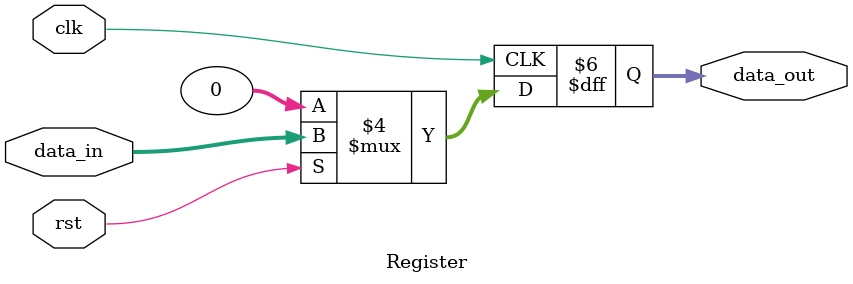
<source format=v>
module Register(
	input clk,
	input rst,
	input[31:0] data_in,
	output reg[31:0] data_out
);
	
	always @(posedge clk) begin
		if(rst==0) begin
			data_out <= 0;
		end
		else begin
			data_out <= data_in;
		end
	end

endmodule

</source>
